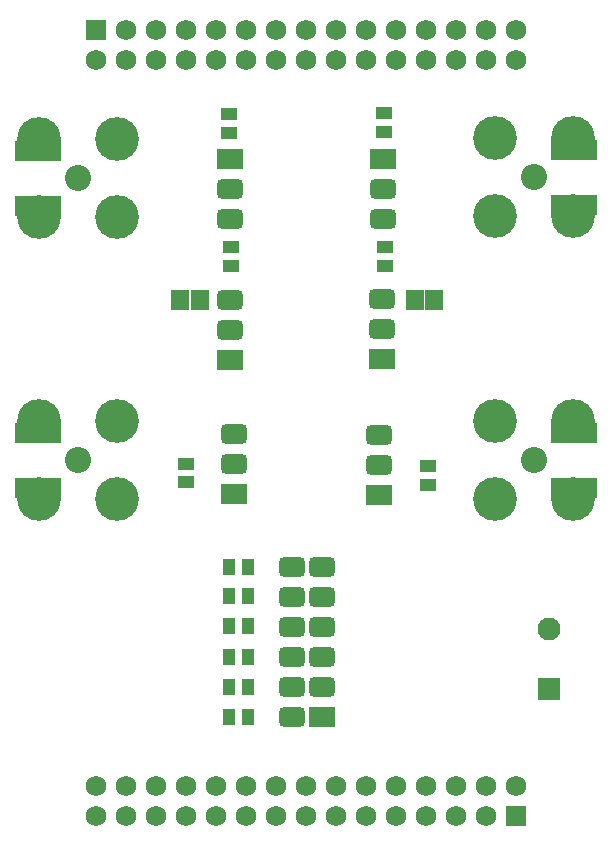
<source format=gts>
G04 Layer_Color=20142*
%FSLAX25Y25*%
%MOIN*%
G70*
G01*
G75*
%ADD33R,0.15644X0.06876*%
%ADD34R,0.06115X0.06509*%
%ADD35R,0.05721X0.03950*%
%ADD36R,0.03950X0.05721*%
G04:AMPARAMS|DCode=37|XSize=68mil|YSize=88mil|CornerRadius=19mil|HoleSize=0mil|Usage=FLASHONLY|Rotation=90.000|XOffset=0mil|YOffset=0mil|HoleType=Round|Shape=RoundedRectangle|*
%AMROUNDEDRECTD37*
21,1,0.06800,0.05000,0,0,90.0*
21,1,0.03000,0.08800,0,0,90.0*
1,1,0.03800,0.02500,0.01500*
1,1,0.03800,0.02500,-0.01500*
1,1,0.03800,-0.02500,-0.01500*
1,1,0.03800,-0.02500,0.01500*
%
%ADD37ROUNDEDRECTD37*%
%ADD38R,0.08800X0.06800*%
%ADD39C,0.06902*%
%ADD40R,0.06902X0.06902*%
%ADD41C,0.07690*%
%ADD42R,0.07690X0.07690*%
%ADD43C,0.14579*%
%ADD44C,0.08674*%
D33*
X186262Y385554D02*
D03*
Y367446D02*
D03*
X186262Y273446D02*
D03*
Y291554D02*
D03*
X364938Y385854D02*
D03*
Y291554D02*
D03*
Y273446D02*
D03*
Y367746D02*
D03*
D34*
X233652Y336100D02*
D03*
X240148D02*
D03*
X318248D02*
D03*
X311752D02*
D03*
D35*
X250500Y347350D02*
D03*
Y353650D02*
D03*
X249900Y397950D02*
D03*
Y391650D02*
D03*
X301800Y347250D02*
D03*
Y353550D02*
D03*
X301500Y398150D02*
D03*
Y391850D02*
D03*
X235700Y275150D02*
D03*
Y281450D02*
D03*
X316200Y274450D02*
D03*
Y280750D02*
D03*
D36*
X249901Y246900D02*
D03*
X256200D02*
D03*
X249901Y237200D02*
D03*
X256200D02*
D03*
X249801Y227300D02*
D03*
X256100D02*
D03*
X249901Y217100D02*
D03*
X256200D02*
D03*
X249801Y206800D02*
D03*
X256100D02*
D03*
X250001Y196900D02*
D03*
X256300D02*
D03*
D37*
X250200Y336100D02*
D03*
Y326100D02*
D03*
X250300Y362900D02*
D03*
Y372900D02*
D03*
X280800Y227000D02*
D03*
Y207000D02*
D03*
X270800D02*
D03*
Y217000D02*
D03*
Y227000D02*
D03*
Y197000D02*
D03*
X280800Y217000D02*
D03*
Y237000D02*
D03*
X270800Y247000D02*
D03*
Y237000D02*
D03*
X280800Y247000D02*
D03*
X301400Y363000D02*
D03*
Y373000D02*
D03*
X300900Y336300D02*
D03*
Y326300D02*
D03*
X251600Y291400D02*
D03*
Y281400D02*
D03*
X300000Y290800D02*
D03*
Y280800D02*
D03*
D38*
X250200Y316100D02*
D03*
X250300Y382900D02*
D03*
X280800Y197000D02*
D03*
X301400Y383000D02*
D03*
X300900Y316300D02*
D03*
X251600Y271400D02*
D03*
X300000Y270800D02*
D03*
D39*
X205500Y173800D02*
D03*
Y163800D02*
D03*
X215500Y173800D02*
D03*
Y163800D02*
D03*
X225500Y173800D02*
D03*
Y163800D02*
D03*
X235500Y173800D02*
D03*
Y163800D02*
D03*
X245500Y173800D02*
D03*
Y163800D02*
D03*
X255500Y173800D02*
D03*
Y163800D02*
D03*
X265500Y173800D02*
D03*
Y163800D02*
D03*
X275500Y173800D02*
D03*
Y163800D02*
D03*
X285500Y173800D02*
D03*
Y163800D02*
D03*
X295500Y173800D02*
D03*
Y163800D02*
D03*
X305500Y173800D02*
D03*
Y163800D02*
D03*
X315500Y173800D02*
D03*
X335500D02*
D03*
X325500D02*
D03*
X315500Y163800D02*
D03*
X325500D02*
D03*
X335500D02*
D03*
X345500Y173800D02*
D03*
X345600Y415800D02*
D03*
Y425800D02*
D03*
X335600Y415800D02*
D03*
Y425800D02*
D03*
X325600Y415800D02*
D03*
Y425800D02*
D03*
X315600Y415800D02*
D03*
Y425800D02*
D03*
X305600Y415800D02*
D03*
Y425800D02*
D03*
X295600Y415800D02*
D03*
Y425800D02*
D03*
X285600Y415800D02*
D03*
Y425800D02*
D03*
X275600Y415800D02*
D03*
Y425800D02*
D03*
X265600Y415800D02*
D03*
Y425800D02*
D03*
X255600Y415800D02*
D03*
Y425800D02*
D03*
X245600Y415800D02*
D03*
Y425800D02*
D03*
X235600Y415800D02*
D03*
X215600D02*
D03*
X225600D02*
D03*
X235600Y425800D02*
D03*
X225600D02*
D03*
X215600D02*
D03*
X205600Y415800D02*
D03*
D40*
X345500Y163800D02*
D03*
X205600Y425800D02*
D03*
D41*
X356700Y226200D02*
D03*
D42*
Y206200D02*
D03*
D43*
X364492Y389792D02*
D03*
Y363808D02*
D03*
X338508D02*
D03*
Y389792D02*
D03*
X364492Y295492D02*
D03*
Y269508D02*
D03*
X338508D02*
D03*
Y295492D02*
D03*
X186508Y269508D02*
D03*
Y295492D02*
D03*
X212492D02*
D03*
Y269508D02*
D03*
X186708Y363508D02*
D03*
Y389492D02*
D03*
X212692D02*
D03*
Y363508D02*
D03*
D44*
X351500Y376800D02*
D03*
Y282500D02*
D03*
X199500D02*
D03*
X199700Y376500D02*
D03*
M02*

</source>
